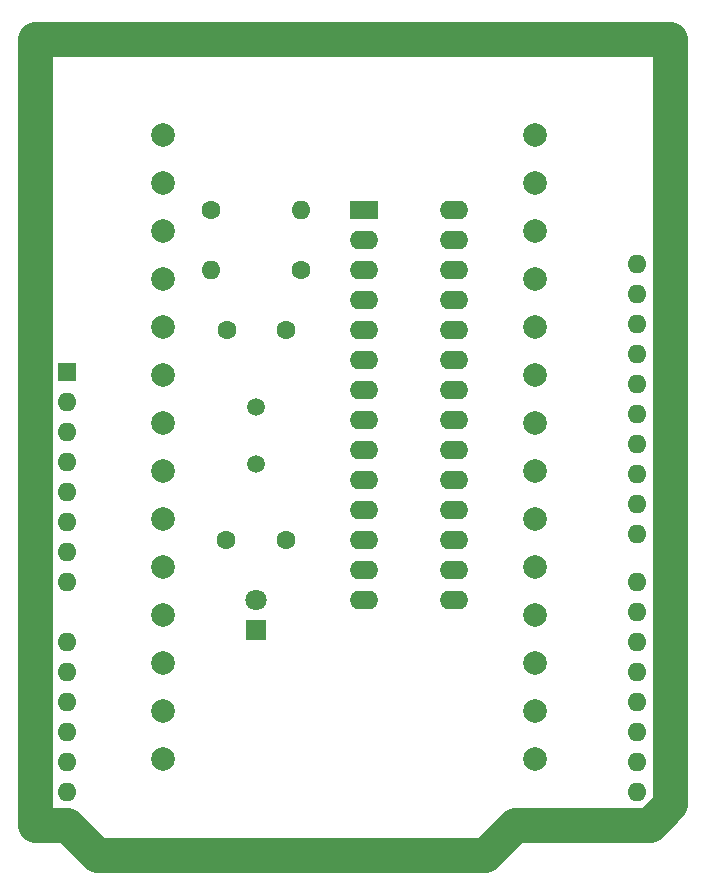
<source format=gbr>
%TF.GenerationSoftware,KiCad,Pcbnew,7.0.7*%
%TF.CreationDate,2024-09-24T12:43:06+02:00*%
%TF.ProjectId,ATMEGA Programmer,41544d45-4741-4205-9072-6f6772616d6d,rev?*%
%TF.SameCoordinates,Original*%
%TF.FileFunction,Soldermask,Top*%
%TF.FilePolarity,Negative*%
%FSLAX46Y46*%
G04 Gerber Fmt 4.6, Leading zero omitted, Abs format (unit mm)*
G04 Created by KiCad (PCBNEW 7.0.7) date 2024-09-24 12:43:06*
%MOMM*%
%LPD*%
G01*
G04 APERTURE LIST*
%ADD10C,3.000000*%
%ADD11C,2.000000*%
%ADD12R,2.400000X1.600000*%
%ADD13O,2.400000X1.600000*%
%ADD14C,1.600000*%
%ADD15O,1.600000X1.600000*%
%ADD16R,1.800000X1.800000*%
%ADD17C,1.800000*%
%ADD18C,1.500000*%
%ADD19R,1.600000X1.600000*%
G04 APERTURE END LIST*
D10*
%TO.C,A1*%
X136520000Y-55940000D02*
X127120000Y-55940000D01*
X177790000Y-55950000D02*
X168270000Y-55950000D01*
X177790000Y-55950000D02*
X177790000Y-120720000D01*
X168270000Y-55950000D02*
X156330000Y-55950000D01*
X156330000Y-55950000D02*
X136520000Y-55950000D01*
X127120000Y-55950000D02*
X123950000Y-55950000D01*
X177790000Y-120720000D02*
X176020000Y-122490000D01*
X176020000Y-122490000D02*
X164590000Y-122490000D01*
X164590000Y-122490000D02*
X162050000Y-125030000D01*
X126740000Y-122490000D02*
X123950000Y-122490000D01*
X123950000Y-122490000D02*
X123950000Y-55950000D01*
X162050000Y-125030000D02*
X129280000Y-125030000D01*
X129280000Y-125030000D02*
X126740000Y-122490000D01*
%TD*%
D11*
%TO.C,PD4/P6*%
X134868000Y-84375000D03*
%TD*%
%TO.C,PB5/P19*%
X166364001Y-100631000D03*
%TD*%
%TO.C,GND/P22*%
X166364002Y-88439000D03*
%TD*%
%TO.C,PD1/P3*%
X134868000Y-72183000D03*
%TD*%
D12*
%TO.C,J1*%
X151845999Y-70459000D03*
D13*
X151845999Y-72999000D03*
X151845999Y-75539000D03*
X151845999Y-78079000D03*
X151845999Y-80619000D03*
X151845999Y-83159000D03*
X151845999Y-85699000D03*
X151845999Y-88239000D03*
X151845999Y-90779000D03*
X151845999Y-93319000D03*
X151845999Y-95859000D03*
X151845999Y-98399000D03*
X151845999Y-100939000D03*
X151845999Y-103479000D03*
X159465999Y-103479000D03*
X159465999Y-100939000D03*
X159465999Y-98399000D03*
X159465999Y-95859000D03*
X159465999Y-93319000D03*
X159465999Y-90779000D03*
X159465999Y-88239000D03*
X159465999Y-85699000D03*
X159465999Y-83159000D03*
X159465999Y-80619000D03*
X159465999Y-78079000D03*
X159465999Y-75539000D03*
X159465999Y-72999000D03*
X159465999Y-70459000D03*
%TD*%
D11*
%TO.C,AVCC/P20*%
X166364001Y-96567000D03*
%TD*%
%TO.C,PC2/P24*%
X166364001Y-80311000D03*
%TD*%
%TO.C,PD5/P11*%
X134868001Y-104695000D03*
%TD*%
%TO.C,PCS/P28*%
X166364000Y-64055000D03*
%TD*%
%TO.C,PD0/P2*%
X134868003Y-68104999D03*
%TD*%
D14*
%TO.C,R2*%
X138932000Y-70459002D03*
D15*
X146552000Y-70459002D03*
%TD*%
D11*
%TO.C,PB3/P17*%
X166364001Y-108759000D03*
%TD*%
%TO.C,PB1/P15*%
X166364002Y-116887000D03*
%TD*%
%TO.C,PD2/P4*%
X134868000Y-76247000D03*
%TD*%
%TO.C,AREF/P21*%
X166364001Y-92503000D03*
%TD*%
%TO.C,PB6/P9*%
X134868002Y-96567000D03*
%TD*%
%TO.C,PD4/P27*%
X166364001Y-68104999D03*
%TD*%
%TO.C,PD6/P12*%
X134868000Y-108759000D03*
%TD*%
%TO.C,PD3/P26*%
X166364003Y-72183000D03*
%TD*%
D14*
%TO.C,C1*%
X140242000Y-80619001D03*
X145242000Y-80619001D03*
%TD*%
D11*
%TO.C,PB4/P18*%
X166364002Y-104695000D03*
%TD*%
D14*
%TO.C,R1*%
X146551998Y-75538999D03*
D15*
X138931998Y-75538999D03*
%TD*%
D11*
%TO.C,PB0/P14*%
X134868002Y-116887000D03*
%TD*%
%TO.C,PC6/P1*%
X134868000Y-64055000D03*
%TD*%
%TO.C,PCO/P23*%
X166364001Y-84375000D03*
%TD*%
%TO.C,VCC/P7*%
X134868000Y-88439000D03*
%TD*%
%TO.C,PB2/P16*%
X166364002Y-112823000D03*
%TD*%
%TO.C,PD3/P5*%
X134868000Y-80311000D03*
%TD*%
D16*
%TO.C,D1*%
X142742000Y-106019000D03*
D17*
X142742000Y-103479000D03*
%TD*%
D11*
%TO.C,PD7/P13*%
X134868003Y-112823000D03*
%TD*%
D18*
%TO.C,Y1*%
X142742000Y-91959000D03*
X142742000Y-87079000D03*
%TD*%
D11*
%TO.C,PC3/P25*%
X166364003Y-76247000D03*
%TD*%
D14*
%TO.C,C2*%
X140201999Y-98399000D03*
X145201999Y-98399000D03*
%TD*%
D11*
%TO.C,PB7/P10*%
X134868000Y-100631000D03*
%TD*%
%TO.C,GND/P8*%
X134867999Y-92503000D03*
%TD*%
D19*
%TO.C,A1*%
X126740000Y-84140000D03*
D15*
X126740000Y-86680000D03*
X126740000Y-89220000D03*
X126740000Y-91760000D03*
X126740000Y-94300000D03*
X126740000Y-96840000D03*
X126740000Y-99380000D03*
X126740000Y-101920000D03*
X126740000Y-107000000D03*
X126740000Y-109540000D03*
X126740000Y-112080000D03*
X126740000Y-114620000D03*
X126740000Y-117160000D03*
X126740000Y-119700000D03*
X175000000Y-119700000D03*
X175000000Y-117160000D03*
X175000000Y-114620000D03*
X175000000Y-112080000D03*
X175000000Y-109540000D03*
X175000000Y-107000000D03*
X175000000Y-104460000D03*
X175000000Y-101920000D03*
X175000000Y-97860000D03*
X175000000Y-95320000D03*
X175000000Y-92780000D03*
X175000000Y-90240000D03*
X175000000Y-87700000D03*
X175000000Y-85160000D03*
X175000000Y-82620000D03*
X175000000Y-80080000D03*
X175000000Y-77540000D03*
X175000000Y-75000000D03*
%TD*%
M02*

</source>
